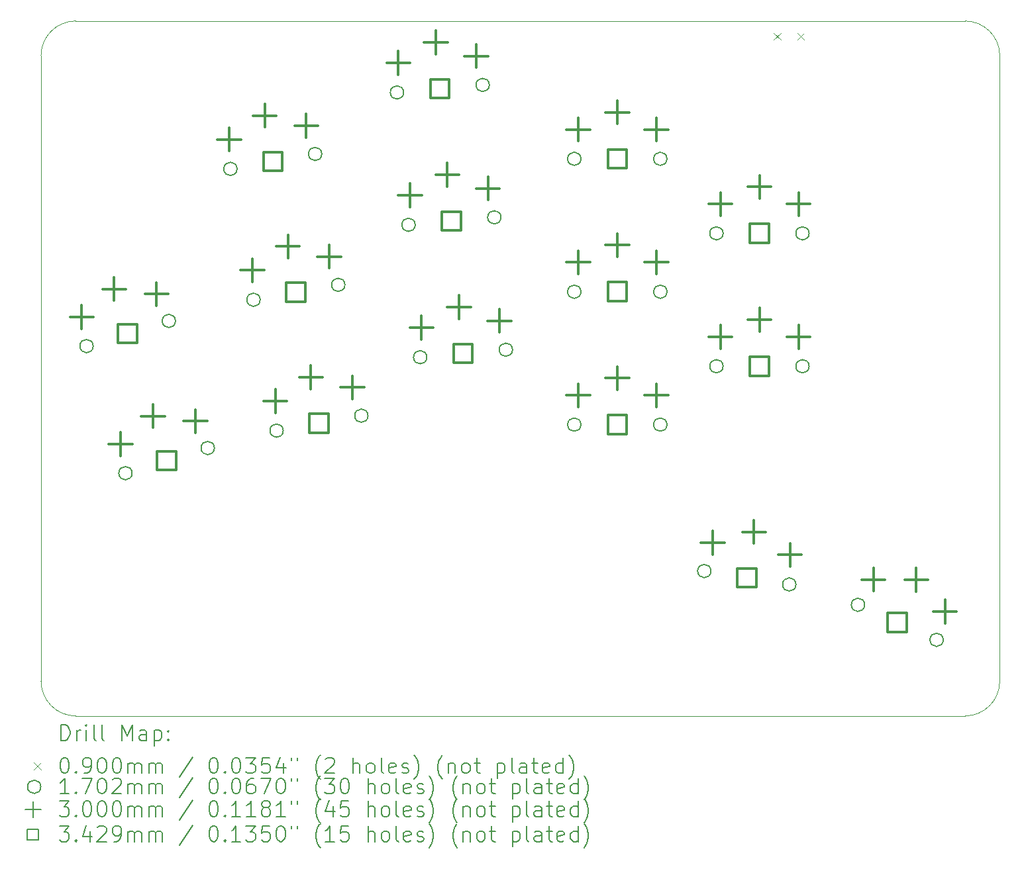
<source format=gbr>
%FSLAX45Y45*%
G04 Gerber Fmt 4.5, Leading zero omitted, Abs format (unit mm)*
G04 Created by KiCad (PCBNEW (6.0.4)) date 2022-07-31 18:16:25*
%MOMM*%
%LPD*%
G01*
G04 APERTURE LIST*
%TA.AperFunction,Profile*%
%ADD10C,0.050000*%
%TD*%
%ADD11C,0.200000*%
%ADD12C,0.090000*%
%ADD13C,0.170180*%
%ADD14C,0.300000*%
%ADD15C,0.342900*%
G04 APERTURE END LIST*
D10*
X16431618Y3825490D02*
X16431979Y11826325D01*
X4176475Y3825325D02*
G75*
G03*
X4620979Y3380825I444505J5D01*
G01*
X16431975Y11826325D02*
G75*
G03*
X15987479Y12270825I-444495J5D01*
G01*
X4620979Y3380825D02*
X15987118Y3380990D01*
X4176115Y11826612D02*
X4176479Y3825325D01*
X15987479Y12270825D02*
X4620615Y12271112D01*
X4620615Y12271112D02*
G75*
G03*
X4176115Y11826612I0J-444500D01*
G01*
X15987118Y3380991D02*
G75*
G03*
X16431618Y3825490I2J444499D01*
G01*
D11*
D12*
X13541841Y12120184D02*
X13631841Y12030184D01*
X13631841Y12120184D02*
X13541841Y12030184D01*
X13841841Y12120184D02*
X13931841Y12030184D01*
X13931841Y12120184D02*
X13841841Y12030184D01*
D13*
X4843348Y8112192D02*
G75*
G03*
X4843348Y8112192I-85090J0D01*
G01*
X5340380Y6486474D02*
G75*
G03*
X5340380Y6486474I-85090J0D01*
G01*
X5895283Y8433801D02*
G75*
G03*
X5895283Y8433801I-85090J0D01*
G01*
X6392315Y6808083D02*
G75*
G03*
X6392315Y6808083I-85090J0D01*
G01*
X6682157Y10379000D02*
G75*
G03*
X6682157Y10379000I-85090J0D01*
G01*
X6977359Y8704827D02*
G75*
G03*
X6977359Y8704827I-85090J0D01*
G01*
X7272560Y7030654D02*
G75*
G03*
X7272560Y7030654I-85090J0D01*
G01*
X7765445Y10570013D02*
G75*
G03*
X7765445Y10570013I-85090J0D01*
G01*
X8060647Y8895840D02*
G75*
G03*
X8060647Y8895840I-85090J0D01*
G01*
X8355849Y7221667D02*
G75*
G03*
X8355849Y7221667I-85090J0D01*
G01*
X8811183Y11357012D02*
G75*
G03*
X8811183Y11357012I-85090J0D01*
G01*
X8959347Y9663481D02*
G75*
G03*
X8959347Y9663481I-85090J0D01*
G01*
X9107512Y7969950D02*
G75*
G03*
X9107512Y7969950I-85090J0D01*
G01*
X9906997Y11452883D02*
G75*
G03*
X9906997Y11452883I-85090J0D01*
G01*
X10055161Y9759352D02*
G75*
G03*
X10055161Y9759352I-85090J0D01*
G01*
X10203326Y8065821D02*
G75*
G03*
X10203326Y8065821I-85090J0D01*
G01*
X11077569Y10507725D02*
G75*
G03*
X11077569Y10507725I-85090J0D01*
G01*
X11077569Y8807725D02*
G75*
G03*
X11077569Y8807725I-85090J0D01*
G01*
X11077569Y7107725D02*
G75*
G03*
X11077569Y7107725I-85090J0D01*
G01*
X12177569Y10507725D02*
G75*
G03*
X12177569Y10507725I-85090J0D01*
G01*
X12177569Y8807725D02*
G75*
G03*
X12177569Y8807725I-85090J0D01*
G01*
X12177569Y7107725D02*
G75*
G03*
X12177569Y7107725I-85090J0D01*
G01*
X12739394Y5234619D02*
G75*
G03*
X12739394Y5234619I-85090J0D01*
G01*
X12895039Y9554449D02*
G75*
G03*
X12895039Y9554449I-85090J0D01*
G01*
X12895039Y7854449D02*
G75*
G03*
X12895039Y7854449I-85090J0D01*
G01*
X13825851Y5062541D02*
G75*
G03*
X13825851Y5062541I-85090J0D01*
G01*
X13995039Y9554449D02*
G75*
G03*
X13995039Y9554449I-85090J0D01*
G01*
X13995039Y7854449D02*
G75*
G03*
X13995039Y7854449I-85090J0D01*
G01*
X14704040Y4802410D02*
G75*
G03*
X14704040Y4802410I-85090J0D01*
G01*
X15708940Y4354999D02*
G75*
G03*
X15708940Y4354999I-85090J0D01*
G01*
D14*
X4696434Y8635425D02*
X4696434Y8335425D01*
X4546434Y8485425D02*
X4846434Y8485425D01*
X5110265Y8991998D02*
X5110265Y8691998D01*
X4960265Y8841998D02*
X5260265Y8841998D01*
X5193466Y7009706D02*
X5193466Y6709706D01*
X5043466Y6859706D02*
X5343466Y6859706D01*
X5607297Y7366279D02*
X5607297Y7066279D01*
X5457297Y7216279D02*
X5757297Y7216279D01*
X5652739Y8927796D02*
X5652739Y8627796D01*
X5502739Y8777796D02*
X5802739Y8777796D01*
X6149771Y7302078D02*
X6149771Y7002078D01*
X5999771Y7152078D02*
X6299771Y7152078D01*
X6581189Y10906985D02*
X6581189Y10606985D01*
X6431189Y10756985D02*
X6731189Y10756985D01*
X6876391Y9232812D02*
X6876391Y8932812D01*
X6726391Y9082812D02*
X7026391Y9082812D01*
X7035390Y11210467D02*
X7035390Y10910467D01*
X6885390Y11060467D02*
X7185390Y11060467D01*
X7171593Y7558639D02*
X7171593Y7258639D01*
X7021593Y7408639D02*
X7321593Y7408639D01*
X7330592Y9536294D02*
X7330592Y9236294D01*
X7180592Y9386294D02*
X7480592Y9386294D01*
X7565997Y11080634D02*
X7565997Y10780634D01*
X7415997Y10930634D02*
X7715997Y10930634D01*
X7625794Y7862121D02*
X7625794Y7562121D01*
X7475794Y7712121D02*
X7775794Y7712121D01*
X7861199Y9406460D02*
X7861199Y9106460D01*
X7711199Y9256460D02*
X8011199Y9256460D01*
X8156401Y7732287D02*
X8156401Y7432287D01*
X8006401Y7582287D02*
X8306401Y7582287D01*
X8743219Y11884943D02*
X8743219Y11584943D01*
X8593219Y11734943D02*
X8893219Y11734943D01*
X8891384Y10191412D02*
X8891384Y9891412D01*
X8741384Y10041412D02*
X9041384Y10041412D01*
X9039548Y8497881D02*
X9039548Y8197881D01*
X8889548Y8347881D02*
X9189548Y8347881D01*
X9222142Y12147683D02*
X9222142Y11847683D01*
X9072142Y11997683D02*
X9372142Y11997683D01*
X9370307Y10454153D02*
X9370307Y10154153D01*
X9220307Y10304153D02*
X9520307Y10304153D01*
X9518471Y8760622D02*
X9518471Y8460622D01*
X9368471Y8610622D02*
X9668471Y8610622D01*
X9739414Y11972098D02*
X9739414Y11672098D01*
X9589414Y11822098D02*
X9889414Y11822098D01*
X9887578Y10278568D02*
X9887578Y9978568D01*
X9737578Y10128568D02*
X10037578Y10128568D01*
X10035743Y8585037D02*
X10035743Y8285036D01*
X9885743Y8435037D02*
X10185743Y8435037D01*
X11042479Y11032725D02*
X11042479Y10732725D01*
X10892479Y10882725D02*
X11192479Y10882725D01*
X11042479Y9332725D02*
X11042479Y9032725D01*
X10892479Y9182725D02*
X11192479Y9182725D01*
X11042479Y7632725D02*
X11042479Y7332725D01*
X10892479Y7482725D02*
X11192479Y7482725D01*
X11542479Y11252725D02*
X11542479Y10952725D01*
X11392479Y11102725D02*
X11692479Y11102725D01*
X11542479Y9552725D02*
X11542479Y9252725D01*
X11392479Y9402725D02*
X11692479Y9402725D01*
X11542479Y7852725D02*
X11542479Y7552725D01*
X11392479Y7702725D02*
X11692479Y7702725D01*
X12042479Y11032725D02*
X12042479Y10732725D01*
X11892479Y10882725D02*
X12192479Y10882725D01*
X12042479Y9332725D02*
X12042479Y9032725D01*
X11892479Y9182725D02*
X12192479Y9182725D01*
X12042479Y7632725D02*
X12042479Y7332725D01*
X11892479Y7482725D02*
X12192479Y7482725D01*
X12762351Y5747180D02*
X12762351Y5447180D01*
X12612351Y5597180D02*
X12912351Y5597180D01*
X12859949Y10079449D02*
X12859949Y9779449D01*
X12709949Y9929449D02*
X13009949Y9929449D01*
X12859949Y8379449D02*
X12859949Y8079449D01*
X12709949Y8229449D02*
X13009949Y8229449D01*
X13290611Y5886254D02*
X13290611Y5586255D01*
X13140611Y5736254D02*
X13440611Y5736254D01*
X13359949Y10299449D02*
X13359949Y9999449D01*
X13209949Y10149449D02*
X13509949Y10149449D01*
X13359949Y8599449D02*
X13359949Y8299449D01*
X13209949Y8449449D02*
X13509949Y8449449D01*
X13750040Y5590746D02*
X13750040Y5290746D01*
X13600040Y5440746D02*
X13900040Y5440746D01*
X13859949Y10079449D02*
X13859949Y9779449D01*
X13709949Y9929449D02*
X14009949Y9929449D01*
X13859949Y8379449D02*
X13859949Y8079449D01*
X13709949Y8229449D02*
X14009949Y8229449D01*
X14817154Y5274652D02*
X14817154Y4974652D01*
X14667154Y5124652D02*
X14967154Y5124652D01*
X15363408Y5272264D02*
X15363408Y4972264D01*
X15213408Y5122264D02*
X15513408Y5122264D01*
X15730699Y4867916D02*
X15730699Y4567916D01*
X15580699Y4717916D02*
X15880699Y4717916D01*
D15*
X5405461Y8151762D02*
X5405461Y8394231D01*
X5162991Y8394231D01*
X5162991Y8151762D01*
X5405461Y8151762D01*
X5902492Y6526044D02*
X5902492Y6768513D01*
X5660023Y6768513D01*
X5660023Y6526044D01*
X5902492Y6526044D01*
X7259946Y10353272D02*
X7259946Y10595741D01*
X7017476Y10595741D01*
X7017476Y10353272D01*
X7259946Y10353272D01*
X7555147Y8679099D02*
X7555147Y8921568D01*
X7312678Y8921568D01*
X7312678Y8679099D01*
X7555147Y8679099D01*
X7850349Y7004926D02*
X7850349Y7247395D01*
X7607880Y7247395D01*
X7607880Y7004926D01*
X7850349Y7004926D01*
X9395234Y11283713D02*
X9395234Y11526182D01*
X9152765Y11526182D01*
X9152765Y11283713D01*
X9395234Y11283713D01*
X9543399Y9590182D02*
X9543399Y9832651D01*
X9300930Y9832651D01*
X9300930Y9590182D01*
X9543399Y9590182D01*
X9691564Y7896651D02*
X9691564Y8139120D01*
X9449095Y8139120D01*
X9449095Y7896651D01*
X9691564Y7896651D01*
X11663714Y10386491D02*
X11663714Y10628960D01*
X11421244Y10628960D01*
X11421244Y10386491D01*
X11663714Y10386491D01*
X11663714Y8686491D02*
X11663714Y8928960D01*
X11421244Y8928960D01*
X11421244Y8686491D01*
X11663714Y8686491D01*
X11663714Y6986491D02*
X11663714Y7228960D01*
X11421244Y7228960D01*
X11421244Y6986491D01*
X11663714Y6986491D01*
X13318767Y5027345D02*
X13318767Y5269815D01*
X13076298Y5269815D01*
X13076298Y5027345D01*
X13318767Y5027345D01*
X13481184Y9433215D02*
X13481184Y9675684D01*
X13238715Y9675684D01*
X13238715Y9433215D01*
X13481184Y9433215D01*
X13481184Y7733214D02*
X13481184Y7975684D01*
X13238715Y7975684D01*
X13238715Y7733214D01*
X13481184Y7733214D01*
X15242635Y4457470D02*
X15242635Y4699939D01*
X15000165Y4699939D01*
X15000165Y4457470D01*
X15242635Y4457470D01*
D11*
X4431234Y3067849D02*
X4431234Y3267849D01*
X4478853Y3267849D01*
X4507424Y3258325D01*
X4526472Y3239278D01*
X4535996Y3220230D01*
X4545520Y3182135D01*
X4545520Y3153563D01*
X4535996Y3115468D01*
X4526472Y3096421D01*
X4507424Y3077373D01*
X4478853Y3067849D01*
X4431234Y3067849D01*
X4631234Y3067849D02*
X4631234Y3201182D01*
X4631234Y3163087D02*
X4640758Y3182135D01*
X4650282Y3191659D01*
X4669329Y3201182D01*
X4688377Y3201182D01*
X4755043Y3067849D02*
X4755043Y3201182D01*
X4755043Y3267849D02*
X4745520Y3258325D01*
X4755043Y3248801D01*
X4764567Y3258325D01*
X4755043Y3267849D01*
X4755043Y3248801D01*
X4878853Y3067849D02*
X4859805Y3077373D01*
X4850282Y3096421D01*
X4850282Y3267849D01*
X4983615Y3067849D02*
X4964567Y3077373D01*
X4955043Y3096421D01*
X4955043Y3267849D01*
X5212186Y3067849D02*
X5212186Y3267849D01*
X5278853Y3124992D01*
X5345520Y3267849D01*
X5345520Y3067849D01*
X5526472Y3067849D02*
X5526472Y3172611D01*
X5516948Y3191659D01*
X5497901Y3201182D01*
X5459805Y3201182D01*
X5440758Y3191659D01*
X5526472Y3077373D02*
X5507424Y3067849D01*
X5459805Y3067849D01*
X5440758Y3077373D01*
X5431234Y3096421D01*
X5431234Y3115468D01*
X5440758Y3134516D01*
X5459805Y3144040D01*
X5507424Y3144040D01*
X5526472Y3153563D01*
X5621710Y3201182D02*
X5621710Y3001182D01*
X5621710Y3191659D02*
X5640758Y3201182D01*
X5678853Y3201182D01*
X5697901Y3191659D01*
X5707424Y3182135D01*
X5716948Y3163087D01*
X5716948Y3105944D01*
X5707424Y3086897D01*
X5697901Y3077373D01*
X5678853Y3067849D01*
X5640758Y3067849D01*
X5621710Y3077373D01*
X5802662Y3086897D02*
X5812186Y3077373D01*
X5802662Y3067849D01*
X5793139Y3077373D01*
X5802662Y3086897D01*
X5802662Y3067849D01*
X5802662Y3191659D02*
X5812186Y3182135D01*
X5802662Y3172611D01*
X5793139Y3182135D01*
X5802662Y3191659D01*
X5802662Y3172611D01*
D12*
X4083615Y2783325D02*
X4173615Y2693325D01*
X4173615Y2783325D02*
X4083615Y2693325D01*
D11*
X4469329Y2847849D02*
X4488377Y2847849D01*
X4507424Y2838325D01*
X4516948Y2828801D01*
X4526472Y2809754D01*
X4535996Y2771659D01*
X4535996Y2724040D01*
X4526472Y2685944D01*
X4516948Y2666897D01*
X4507424Y2657373D01*
X4488377Y2647849D01*
X4469329Y2647849D01*
X4450282Y2657373D01*
X4440758Y2666897D01*
X4431234Y2685944D01*
X4421710Y2724040D01*
X4421710Y2771659D01*
X4431234Y2809754D01*
X4440758Y2828801D01*
X4450282Y2838325D01*
X4469329Y2847849D01*
X4621710Y2666897D02*
X4631234Y2657373D01*
X4621710Y2647849D01*
X4612186Y2657373D01*
X4621710Y2666897D01*
X4621710Y2647849D01*
X4726472Y2647849D02*
X4764567Y2647849D01*
X4783615Y2657373D01*
X4793139Y2666897D01*
X4812186Y2695468D01*
X4821710Y2733563D01*
X4821710Y2809754D01*
X4812186Y2828801D01*
X4802663Y2838325D01*
X4783615Y2847849D01*
X4745520Y2847849D01*
X4726472Y2838325D01*
X4716948Y2828801D01*
X4707424Y2809754D01*
X4707424Y2762135D01*
X4716948Y2743087D01*
X4726472Y2733563D01*
X4745520Y2724040D01*
X4783615Y2724040D01*
X4802663Y2733563D01*
X4812186Y2743087D01*
X4821710Y2762135D01*
X4945520Y2847849D02*
X4964567Y2847849D01*
X4983615Y2838325D01*
X4993139Y2828801D01*
X5002663Y2809754D01*
X5012186Y2771659D01*
X5012186Y2724040D01*
X5002663Y2685944D01*
X4993139Y2666897D01*
X4983615Y2657373D01*
X4964567Y2647849D01*
X4945520Y2647849D01*
X4926472Y2657373D01*
X4916948Y2666897D01*
X4907424Y2685944D01*
X4897901Y2724040D01*
X4897901Y2771659D01*
X4907424Y2809754D01*
X4916948Y2828801D01*
X4926472Y2838325D01*
X4945520Y2847849D01*
X5135996Y2847849D02*
X5155043Y2847849D01*
X5174091Y2838325D01*
X5183615Y2828801D01*
X5193139Y2809754D01*
X5202663Y2771659D01*
X5202663Y2724040D01*
X5193139Y2685944D01*
X5183615Y2666897D01*
X5174091Y2657373D01*
X5155043Y2647849D01*
X5135996Y2647849D01*
X5116948Y2657373D01*
X5107424Y2666897D01*
X5097901Y2685944D01*
X5088377Y2724040D01*
X5088377Y2771659D01*
X5097901Y2809754D01*
X5107424Y2828801D01*
X5116948Y2838325D01*
X5135996Y2847849D01*
X5288377Y2647849D02*
X5288377Y2781183D01*
X5288377Y2762135D02*
X5297901Y2771659D01*
X5316948Y2781183D01*
X5345520Y2781183D01*
X5364567Y2771659D01*
X5374091Y2752611D01*
X5374091Y2647849D01*
X5374091Y2752611D02*
X5383615Y2771659D01*
X5402663Y2781183D01*
X5431234Y2781183D01*
X5450282Y2771659D01*
X5459805Y2752611D01*
X5459805Y2647849D01*
X5555043Y2647849D02*
X5555043Y2781183D01*
X5555043Y2762135D02*
X5564567Y2771659D01*
X5583615Y2781183D01*
X5612186Y2781183D01*
X5631234Y2771659D01*
X5640758Y2752611D01*
X5640758Y2647849D01*
X5640758Y2752611D02*
X5650281Y2771659D01*
X5669329Y2781183D01*
X5697901Y2781183D01*
X5716948Y2771659D01*
X5726472Y2752611D01*
X5726472Y2647849D01*
X6116948Y2857373D02*
X5945520Y2600230D01*
X6374091Y2847849D02*
X6393139Y2847849D01*
X6412186Y2838325D01*
X6421710Y2828801D01*
X6431234Y2809754D01*
X6440758Y2771659D01*
X6440758Y2724040D01*
X6431234Y2685944D01*
X6421710Y2666897D01*
X6412186Y2657373D01*
X6393139Y2647849D01*
X6374091Y2647849D01*
X6355043Y2657373D01*
X6345520Y2666897D01*
X6335996Y2685944D01*
X6326472Y2724040D01*
X6326472Y2771659D01*
X6335996Y2809754D01*
X6345520Y2828801D01*
X6355043Y2838325D01*
X6374091Y2847849D01*
X6526472Y2666897D02*
X6535996Y2657373D01*
X6526472Y2647849D01*
X6516948Y2657373D01*
X6526472Y2666897D01*
X6526472Y2647849D01*
X6659805Y2847849D02*
X6678853Y2847849D01*
X6697901Y2838325D01*
X6707424Y2828801D01*
X6716948Y2809754D01*
X6726472Y2771659D01*
X6726472Y2724040D01*
X6716948Y2685944D01*
X6707424Y2666897D01*
X6697901Y2657373D01*
X6678853Y2647849D01*
X6659805Y2647849D01*
X6640758Y2657373D01*
X6631234Y2666897D01*
X6621710Y2685944D01*
X6612186Y2724040D01*
X6612186Y2771659D01*
X6621710Y2809754D01*
X6631234Y2828801D01*
X6640758Y2838325D01*
X6659805Y2847849D01*
X6793139Y2847849D02*
X6916948Y2847849D01*
X6850281Y2771659D01*
X6878853Y2771659D01*
X6897901Y2762135D01*
X6907424Y2752611D01*
X6916948Y2733563D01*
X6916948Y2685944D01*
X6907424Y2666897D01*
X6897901Y2657373D01*
X6878853Y2647849D01*
X6821710Y2647849D01*
X6802662Y2657373D01*
X6793139Y2666897D01*
X7097901Y2847849D02*
X7002662Y2847849D01*
X6993139Y2752611D01*
X7002662Y2762135D01*
X7021710Y2771659D01*
X7069329Y2771659D01*
X7088377Y2762135D01*
X7097901Y2752611D01*
X7107424Y2733563D01*
X7107424Y2685944D01*
X7097901Y2666897D01*
X7088377Y2657373D01*
X7069329Y2647849D01*
X7021710Y2647849D01*
X7002662Y2657373D01*
X6993139Y2666897D01*
X7278853Y2781183D02*
X7278853Y2647849D01*
X7231234Y2857373D02*
X7183615Y2714516D01*
X7307424Y2714516D01*
X7374091Y2847849D02*
X7374091Y2809754D01*
X7450281Y2847849D02*
X7450281Y2809754D01*
X7745520Y2571659D02*
X7735996Y2581183D01*
X7716948Y2609754D01*
X7707424Y2628802D01*
X7697901Y2657373D01*
X7688377Y2704992D01*
X7688377Y2743087D01*
X7697901Y2790706D01*
X7707424Y2819278D01*
X7716948Y2838325D01*
X7735996Y2866897D01*
X7745520Y2876421D01*
X7812186Y2828801D02*
X7821710Y2838325D01*
X7840758Y2847849D01*
X7888377Y2847849D01*
X7907424Y2838325D01*
X7916948Y2828801D01*
X7926472Y2809754D01*
X7926472Y2790706D01*
X7916948Y2762135D01*
X7802662Y2647849D01*
X7926472Y2647849D01*
X8164567Y2647849D02*
X8164567Y2847849D01*
X8250281Y2647849D02*
X8250281Y2752611D01*
X8240758Y2771659D01*
X8221710Y2781183D01*
X8193139Y2781183D01*
X8174091Y2771659D01*
X8164567Y2762135D01*
X8374091Y2647849D02*
X8355043Y2657373D01*
X8345520Y2666897D01*
X8335996Y2685944D01*
X8335996Y2743087D01*
X8345520Y2762135D01*
X8355043Y2771659D01*
X8374091Y2781183D01*
X8402663Y2781183D01*
X8421710Y2771659D01*
X8431234Y2762135D01*
X8440758Y2743087D01*
X8440758Y2685944D01*
X8431234Y2666897D01*
X8421710Y2657373D01*
X8402663Y2647849D01*
X8374091Y2647849D01*
X8555043Y2647849D02*
X8535996Y2657373D01*
X8526472Y2676421D01*
X8526472Y2847849D01*
X8707424Y2657373D02*
X8688377Y2647849D01*
X8650282Y2647849D01*
X8631234Y2657373D01*
X8621710Y2676421D01*
X8621710Y2752611D01*
X8631234Y2771659D01*
X8650282Y2781183D01*
X8688377Y2781183D01*
X8707424Y2771659D01*
X8716948Y2752611D01*
X8716948Y2733563D01*
X8621710Y2714516D01*
X8793139Y2657373D02*
X8812186Y2647849D01*
X8850282Y2647849D01*
X8869329Y2657373D01*
X8878853Y2676421D01*
X8878853Y2685944D01*
X8869329Y2704992D01*
X8850282Y2714516D01*
X8821710Y2714516D01*
X8802663Y2724040D01*
X8793139Y2743087D01*
X8793139Y2752611D01*
X8802663Y2771659D01*
X8821710Y2781183D01*
X8850282Y2781183D01*
X8869329Y2771659D01*
X8945520Y2571659D02*
X8955043Y2581183D01*
X8974091Y2609754D01*
X8983615Y2628802D01*
X8993139Y2657373D01*
X9002663Y2704992D01*
X9002663Y2743087D01*
X8993139Y2790706D01*
X8983615Y2819278D01*
X8974091Y2838325D01*
X8955043Y2866897D01*
X8945520Y2876421D01*
X9307424Y2571659D02*
X9297901Y2581183D01*
X9278853Y2609754D01*
X9269329Y2628802D01*
X9259805Y2657373D01*
X9250282Y2704992D01*
X9250282Y2743087D01*
X9259805Y2790706D01*
X9269329Y2819278D01*
X9278853Y2838325D01*
X9297901Y2866897D01*
X9307424Y2876421D01*
X9383615Y2781183D02*
X9383615Y2647849D01*
X9383615Y2762135D02*
X9393139Y2771659D01*
X9412186Y2781183D01*
X9440758Y2781183D01*
X9459805Y2771659D01*
X9469329Y2752611D01*
X9469329Y2647849D01*
X9593139Y2647849D02*
X9574091Y2657373D01*
X9564567Y2666897D01*
X9555043Y2685944D01*
X9555043Y2743087D01*
X9564567Y2762135D01*
X9574091Y2771659D01*
X9593139Y2781183D01*
X9621710Y2781183D01*
X9640758Y2771659D01*
X9650282Y2762135D01*
X9659805Y2743087D01*
X9659805Y2685944D01*
X9650282Y2666897D01*
X9640758Y2657373D01*
X9621710Y2647849D01*
X9593139Y2647849D01*
X9716948Y2781183D02*
X9793139Y2781183D01*
X9745520Y2847849D02*
X9745520Y2676421D01*
X9755043Y2657373D01*
X9774091Y2647849D01*
X9793139Y2647849D01*
X10012186Y2781183D02*
X10012186Y2581183D01*
X10012186Y2771659D02*
X10031234Y2781183D01*
X10069329Y2781183D01*
X10088377Y2771659D01*
X10097901Y2762135D01*
X10107424Y2743087D01*
X10107424Y2685944D01*
X10097901Y2666897D01*
X10088377Y2657373D01*
X10069329Y2647849D01*
X10031234Y2647849D01*
X10012186Y2657373D01*
X10221710Y2647849D02*
X10202663Y2657373D01*
X10193139Y2676421D01*
X10193139Y2847849D01*
X10383615Y2647849D02*
X10383615Y2752611D01*
X10374091Y2771659D01*
X10355043Y2781183D01*
X10316948Y2781183D01*
X10297901Y2771659D01*
X10383615Y2657373D02*
X10364567Y2647849D01*
X10316948Y2647849D01*
X10297901Y2657373D01*
X10288377Y2676421D01*
X10288377Y2695468D01*
X10297901Y2714516D01*
X10316948Y2724040D01*
X10364567Y2724040D01*
X10383615Y2733563D01*
X10450282Y2781183D02*
X10526472Y2781183D01*
X10478853Y2847849D02*
X10478853Y2676421D01*
X10488377Y2657373D01*
X10507424Y2647849D01*
X10526472Y2647849D01*
X10669329Y2657373D02*
X10650282Y2647849D01*
X10612186Y2647849D01*
X10593139Y2657373D01*
X10583615Y2676421D01*
X10583615Y2752611D01*
X10593139Y2771659D01*
X10612186Y2781183D01*
X10650282Y2781183D01*
X10669329Y2771659D01*
X10678853Y2752611D01*
X10678853Y2733563D01*
X10583615Y2714516D01*
X10850282Y2647849D02*
X10850282Y2847849D01*
X10850282Y2657373D02*
X10831234Y2647849D01*
X10793139Y2647849D01*
X10774091Y2657373D01*
X10764567Y2666897D01*
X10755043Y2685944D01*
X10755043Y2743087D01*
X10764567Y2762135D01*
X10774091Y2771659D01*
X10793139Y2781183D01*
X10831234Y2781183D01*
X10850282Y2771659D01*
X10926472Y2571659D02*
X10935996Y2581183D01*
X10955043Y2609754D01*
X10964567Y2628802D01*
X10974091Y2657373D01*
X10983615Y2704992D01*
X10983615Y2743087D01*
X10974091Y2790706D01*
X10964567Y2819278D01*
X10955043Y2838325D01*
X10935996Y2866897D01*
X10926472Y2876421D01*
D13*
X4173615Y2474325D02*
G75*
G03*
X4173615Y2474325I-85090J0D01*
G01*
D11*
X4535996Y2383849D02*
X4421710Y2383849D01*
X4478853Y2383849D02*
X4478853Y2583849D01*
X4459805Y2555278D01*
X4440758Y2536230D01*
X4421710Y2526706D01*
X4621710Y2402897D02*
X4631234Y2393373D01*
X4621710Y2383849D01*
X4612186Y2393373D01*
X4621710Y2402897D01*
X4621710Y2383849D01*
X4697901Y2583849D02*
X4831234Y2583849D01*
X4745520Y2383849D01*
X4945520Y2583849D02*
X4964567Y2583849D01*
X4983615Y2574325D01*
X4993139Y2564802D01*
X5002663Y2545754D01*
X5012186Y2507659D01*
X5012186Y2460040D01*
X5002663Y2421944D01*
X4993139Y2402897D01*
X4983615Y2393373D01*
X4964567Y2383849D01*
X4945520Y2383849D01*
X4926472Y2393373D01*
X4916948Y2402897D01*
X4907424Y2421944D01*
X4897901Y2460040D01*
X4897901Y2507659D01*
X4907424Y2545754D01*
X4916948Y2564802D01*
X4926472Y2574325D01*
X4945520Y2583849D01*
X5088377Y2564802D02*
X5097901Y2574325D01*
X5116948Y2583849D01*
X5164567Y2583849D01*
X5183615Y2574325D01*
X5193139Y2564802D01*
X5202663Y2545754D01*
X5202663Y2526706D01*
X5193139Y2498135D01*
X5078853Y2383849D01*
X5202663Y2383849D01*
X5288377Y2383849D02*
X5288377Y2517183D01*
X5288377Y2498135D02*
X5297901Y2507659D01*
X5316948Y2517183D01*
X5345520Y2517183D01*
X5364567Y2507659D01*
X5374091Y2488611D01*
X5374091Y2383849D01*
X5374091Y2488611D02*
X5383615Y2507659D01*
X5402663Y2517183D01*
X5431234Y2517183D01*
X5450282Y2507659D01*
X5459805Y2488611D01*
X5459805Y2383849D01*
X5555043Y2383849D02*
X5555043Y2517183D01*
X5555043Y2498135D02*
X5564567Y2507659D01*
X5583615Y2517183D01*
X5612186Y2517183D01*
X5631234Y2507659D01*
X5640758Y2488611D01*
X5640758Y2383849D01*
X5640758Y2488611D02*
X5650281Y2507659D01*
X5669329Y2517183D01*
X5697901Y2517183D01*
X5716948Y2507659D01*
X5726472Y2488611D01*
X5726472Y2383849D01*
X6116948Y2593373D02*
X5945520Y2336230D01*
X6374091Y2583849D02*
X6393139Y2583849D01*
X6412186Y2574325D01*
X6421710Y2564802D01*
X6431234Y2545754D01*
X6440758Y2507659D01*
X6440758Y2460040D01*
X6431234Y2421944D01*
X6421710Y2402897D01*
X6412186Y2393373D01*
X6393139Y2383849D01*
X6374091Y2383849D01*
X6355043Y2393373D01*
X6345520Y2402897D01*
X6335996Y2421944D01*
X6326472Y2460040D01*
X6326472Y2507659D01*
X6335996Y2545754D01*
X6345520Y2564802D01*
X6355043Y2574325D01*
X6374091Y2583849D01*
X6526472Y2402897D02*
X6535996Y2393373D01*
X6526472Y2383849D01*
X6516948Y2393373D01*
X6526472Y2402897D01*
X6526472Y2383849D01*
X6659805Y2583849D02*
X6678853Y2583849D01*
X6697901Y2574325D01*
X6707424Y2564802D01*
X6716948Y2545754D01*
X6726472Y2507659D01*
X6726472Y2460040D01*
X6716948Y2421944D01*
X6707424Y2402897D01*
X6697901Y2393373D01*
X6678853Y2383849D01*
X6659805Y2383849D01*
X6640758Y2393373D01*
X6631234Y2402897D01*
X6621710Y2421944D01*
X6612186Y2460040D01*
X6612186Y2507659D01*
X6621710Y2545754D01*
X6631234Y2564802D01*
X6640758Y2574325D01*
X6659805Y2583849D01*
X6897901Y2583849D02*
X6859805Y2583849D01*
X6840758Y2574325D01*
X6831234Y2564802D01*
X6812186Y2536230D01*
X6802662Y2498135D01*
X6802662Y2421944D01*
X6812186Y2402897D01*
X6821710Y2393373D01*
X6840758Y2383849D01*
X6878853Y2383849D01*
X6897901Y2393373D01*
X6907424Y2402897D01*
X6916948Y2421944D01*
X6916948Y2469563D01*
X6907424Y2488611D01*
X6897901Y2498135D01*
X6878853Y2507659D01*
X6840758Y2507659D01*
X6821710Y2498135D01*
X6812186Y2488611D01*
X6802662Y2469563D01*
X6983615Y2583849D02*
X7116948Y2583849D01*
X7031234Y2383849D01*
X7231234Y2583849D02*
X7250281Y2583849D01*
X7269329Y2574325D01*
X7278853Y2564802D01*
X7288377Y2545754D01*
X7297901Y2507659D01*
X7297901Y2460040D01*
X7288377Y2421944D01*
X7278853Y2402897D01*
X7269329Y2393373D01*
X7250281Y2383849D01*
X7231234Y2383849D01*
X7212186Y2393373D01*
X7202662Y2402897D01*
X7193139Y2421944D01*
X7183615Y2460040D01*
X7183615Y2507659D01*
X7193139Y2545754D01*
X7202662Y2564802D01*
X7212186Y2574325D01*
X7231234Y2583849D01*
X7374091Y2583849D02*
X7374091Y2545754D01*
X7450281Y2583849D02*
X7450281Y2545754D01*
X7745520Y2307659D02*
X7735996Y2317183D01*
X7716948Y2345754D01*
X7707424Y2364802D01*
X7697901Y2393373D01*
X7688377Y2440992D01*
X7688377Y2479087D01*
X7697901Y2526706D01*
X7707424Y2555278D01*
X7716948Y2574325D01*
X7735996Y2602897D01*
X7745520Y2612421D01*
X7802662Y2583849D02*
X7926472Y2583849D01*
X7859805Y2507659D01*
X7888377Y2507659D01*
X7907424Y2498135D01*
X7916948Y2488611D01*
X7926472Y2469563D01*
X7926472Y2421944D01*
X7916948Y2402897D01*
X7907424Y2393373D01*
X7888377Y2383849D01*
X7831234Y2383849D01*
X7812186Y2393373D01*
X7802662Y2402897D01*
X8050281Y2583849D02*
X8069329Y2583849D01*
X8088377Y2574325D01*
X8097901Y2564802D01*
X8107424Y2545754D01*
X8116948Y2507659D01*
X8116948Y2460040D01*
X8107424Y2421944D01*
X8097901Y2402897D01*
X8088377Y2393373D01*
X8069329Y2383849D01*
X8050281Y2383849D01*
X8031234Y2393373D01*
X8021710Y2402897D01*
X8012186Y2421944D01*
X8002662Y2460040D01*
X8002662Y2507659D01*
X8012186Y2545754D01*
X8021710Y2564802D01*
X8031234Y2574325D01*
X8050281Y2583849D01*
X8355043Y2383849D02*
X8355043Y2583849D01*
X8440758Y2383849D02*
X8440758Y2488611D01*
X8431234Y2507659D01*
X8412186Y2517183D01*
X8383615Y2517183D01*
X8364567Y2507659D01*
X8355043Y2498135D01*
X8564567Y2383849D02*
X8545520Y2393373D01*
X8535996Y2402897D01*
X8526472Y2421944D01*
X8526472Y2479087D01*
X8535996Y2498135D01*
X8545520Y2507659D01*
X8564567Y2517183D01*
X8593139Y2517183D01*
X8612186Y2507659D01*
X8621710Y2498135D01*
X8631234Y2479087D01*
X8631234Y2421944D01*
X8621710Y2402897D01*
X8612186Y2393373D01*
X8593139Y2383849D01*
X8564567Y2383849D01*
X8745520Y2383849D02*
X8726472Y2393373D01*
X8716948Y2412421D01*
X8716948Y2583849D01*
X8897901Y2393373D02*
X8878853Y2383849D01*
X8840758Y2383849D01*
X8821710Y2393373D01*
X8812186Y2412421D01*
X8812186Y2488611D01*
X8821710Y2507659D01*
X8840758Y2517183D01*
X8878853Y2517183D01*
X8897901Y2507659D01*
X8907424Y2488611D01*
X8907424Y2469563D01*
X8812186Y2450516D01*
X8983615Y2393373D02*
X9002663Y2383849D01*
X9040758Y2383849D01*
X9059805Y2393373D01*
X9069329Y2412421D01*
X9069329Y2421944D01*
X9059805Y2440992D01*
X9040758Y2450516D01*
X9012186Y2450516D01*
X8993139Y2460040D01*
X8983615Y2479087D01*
X8983615Y2488611D01*
X8993139Y2507659D01*
X9012186Y2517183D01*
X9040758Y2517183D01*
X9059805Y2507659D01*
X9135996Y2307659D02*
X9145520Y2317183D01*
X9164567Y2345754D01*
X9174091Y2364802D01*
X9183615Y2393373D01*
X9193139Y2440992D01*
X9193139Y2479087D01*
X9183615Y2526706D01*
X9174091Y2555278D01*
X9164567Y2574325D01*
X9145520Y2602897D01*
X9135996Y2612421D01*
X9497901Y2307659D02*
X9488377Y2317183D01*
X9469329Y2345754D01*
X9459805Y2364802D01*
X9450282Y2393373D01*
X9440758Y2440992D01*
X9440758Y2479087D01*
X9450282Y2526706D01*
X9459805Y2555278D01*
X9469329Y2574325D01*
X9488377Y2602897D01*
X9497901Y2612421D01*
X9574091Y2517183D02*
X9574091Y2383849D01*
X9574091Y2498135D02*
X9583615Y2507659D01*
X9602663Y2517183D01*
X9631234Y2517183D01*
X9650282Y2507659D01*
X9659805Y2488611D01*
X9659805Y2383849D01*
X9783615Y2383849D02*
X9764567Y2393373D01*
X9755043Y2402897D01*
X9745520Y2421944D01*
X9745520Y2479087D01*
X9755043Y2498135D01*
X9764567Y2507659D01*
X9783615Y2517183D01*
X9812186Y2517183D01*
X9831234Y2507659D01*
X9840758Y2498135D01*
X9850282Y2479087D01*
X9850282Y2421944D01*
X9840758Y2402897D01*
X9831234Y2393373D01*
X9812186Y2383849D01*
X9783615Y2383849D01*
X9907424Y2517183D02*
X9983615Y2517183D01*
X9935996Y2583849D02*
X9935996Y2412421D01*
X9945520Y2393373D01*
X9964567Y2383849D01*
X9983615Y2383849D01*
X10202663Y2517183D02*
X10202663Y2317183D01*
X10202663Y2507659D02*
X10221710Y2517183D01*
X10259805Y2517183D01*
X10278853Y2507659D01*
X10288377Y2498135D01*
X10297901Y2479087D01*
X10297901Y2421944D01*
X10288377Y2402897D01*
X10278853Y2393373D01*
X10259805Y2383849D01*
X10221710Y2383849D01*
X10202663Y2393373D01*
X10412186Y2383849D02*
X10393139Y2393373D01*
X10383615Y2412421D01*
X10383615Y2583849D01*
X10574091Y2383849D02*
X10574091Y2488611D01*
X10564567Y2507659D01*
X10545520Y2517183D01*
X10507424Y2517183D01*
X10488377Y2507659D01*
X10574091Y2393373D02*
X10555043Y2383849D01*
X10507424Y2383849D01*
X10488377Y2393373D01*
X10478853Y2412421D01*
X10478853Y2431468D01*
X10488377Y2450516D01*
X10507424Y2460040D01*
X10555043Y2460040D01*
X10574091Y2469563D01*
X10640758Y2517183D02*
X10716948Y2517183D01*
X10669329Y2583849D02*
X10669329Y2412421D01*
X10678853Y2393373D01*
X10697901Y2383849D01*
X10716948Y2383849D01*
X10859805Y2393373D02*
X10840758Y2383849D01*
X10802663Y2383849D01*
X10783615Y2393373D01*
X10774091Y2412421D01*
X10774091Y2488611D01*
X10783615Y2507659D01*
X10802663Y2517183D01*
X10840758Y2517183D01*
X10859805Y2507659D01*
X10869329Y2488611D01*
X10869329Y2469563D01*
X10774091Y2450516D01*
X11040758Y2383849D02*
X11040758Y2583849D01*
X11040758Y2393373D02*
X11021710Y2383849D01*
X10983615Y2383849D01*
X10964567Y2393373D01*
X10955043Y2402897D01*
X10945520Y2421944D01*
X10945520Y2479087D01*
X10955043Y2498135D01*
X10964567Y2507659D01*
X10983615Y2517183D01*
X11021710Y2517183D01*
X11040758Y2507659D01*
X11116948Y2307659D02*
X11126472Y2317183D01*
X11145520Y2345754D01*
X11155043Y2364802D01*
X11164567Y2393373D01*
X11174091Y2440992D01*
X11174091Y2479087D01*
X11164567Y2526706D01*
X11155043Y2555278D01*
X11145520Y2574325D01*
X11126472Y2602897D01*
X11116948Y2612421D01*
X4073615Y2284145D02*
X4073615Y2084145D01*
X3973615Y2184145D02*
X4173615Y2184145D01*
X4412186Y2293669D02*
X4535996Y2293669D01*
X4469329Y2217479D01*
X4497901Y2217479D01*
X4516948Y2207955D01*
X4526472Y2198431D01*
X4535996Y2179383D01*
X4535996Y2131764D01*
X4526472Y2112717D01*
X4516948Y2103193D01*
X4497901Y2093669D01*
X4440758Y2093669D01*
X4421710Y2103193D01*
X4412186Y2112717D01*
X4621710Y2112717D02*
X4631234Y2103193D01*
X4621710Y2093669D01*
X4612186Y2103193D01*
X4621710Y2112717D01*
X4621710Y2093669D01*
X4755043Y2293669D02*
X4774091Y2293669D01*
X4793139Y2284145D01*
X4802663Y2274622D01*
X4812186Y2255574D01*
X4821710Y2217479D01*
X4821710Y2169860D01*
X4812186Y2131764D01*
X4802663Y2112717D01*
X4793139Y2103193D01*
X4774091Y2093669D01*
X4755043Y2093669D01*
X4735996Y2103193D01*
X4726472Y2112717D01*
X4716948Y2131764D01*
X4707424Y2169860D01*
X4707424Y2217479D01*
X4716948Y2255574D01*
X4726472Y2274622D01*
X4735996Y2284145D01*
X4755043Y2293669D01*
X4945520Y2293669D02*
X4964567Y2293669D01*
X4983615Y2284145D01*
X4993139Y2274622D01*
X5002663Y2255574D01*
X5012186Y2217479D01*
X5012186Y2169860D01*
X5002663Y2131764D01*
X4993139Y2112717D01*
X4983615Y2103193D01*
X4964567Y2093669D01*
X4945520Y2093669D01*
X4926472Y2103193D01*
X4916948Y2112717D01*
X4907424Y2131764D01*
X4897901Y2169860D01*
X4897901Y2217479D01*
X4907424Y2255574D01*
X4916948Y2274622D01*
X4926472Y2284145D01*
X4945520Y2293669D01*
X5135996Y2293669D02*
X5155043Y2293669D01*
X5174091Y2284145D01*
X5183615Y2274622D01*
X5193139Y2255574D01*
X5202663Y2217479D01*
X5202663Y2169860D01*
X5193139Y2131764D01*
X5183615Y2112717D01*
X5174091Y2103193D01*
X5155043Y2093669D01*
X5135996Y2093669D01*
X5116948Y2103193D01*
X5107424Y2112717D01*
X5097901Y2131764D01*
X5088377Y2169860D01*
X5088377Y2217479D01*
X5097901Y2255574D01*
X5107424Y2274622D01*
X5116948Y2284145D01*
X5135996Y2293669D01*
X5288377Y2093669D02*
X5288377Y2227003D01*
X5288377Y2207955D02*
X5297901Y2217479D01*
X5316948Y2227003D01*
X5345520Y2227003D01*
X5364567Y2217479D01*
X5374091Y2198431D01*
X5374091Y2093669D01*
X5374091Y2198431D02*
X5383615Y2217479D01*
X5402663Y2227003D01*
X5431234Y2227003D01*
X5450282Y2217479D01*
X5459805Y2198431D01*
X5459805Y2093669D01*
X5555043Y2093669D02*
X5555043Y2227003D01*
X5555043Y2207955D02*
X5564567Y2217479D01*
X5583615Y2227003D01*
X5612186Y2227003D01*
X5631234Y2217479D01*
X5640758Y2198431D01*
X5640758Y2093669D01*
X5640758Y2198431D02*
X5650281Y2217479D01*
X5669329Y2227003D01*
X5697901Y2227003D01*
X5716948Y2217479D01*
X5726472Y2198431D01*
X5726472Y2093669D01*
X6116948Y2303193D02*
X5945520Y2046050D01*
X6374091Y2293669D02*
X6393139Y2293669D01*
X6412186Y2284145D01*
X6421710Y2274622D01*
X6431234Y2255574D01*
X6440758Y2217479D01*
X6440758Y2169860D01*
X6431234Y2131764D01*
X6421710Y2112717D01*
X6412186Y2103193D01*
X6393139Y2093669D01*
X6374091Y2093669D01*
X6355043Y2103193D01*
X6345520Y2112717D01*
X6335996Y2131764D01*
X6326472Y2169860D01*
X6326472Y2217479D01*
X6335996Y2255574D01*
X6345520Y2274622D01*
X6355043Y2284145D01*
X6374091Y2293669D01*
X6526472Y2112717D02*
X6535996Y2103193D01*
X6526472Y2093669D01*
X6516948Y2103193D01*
X6526472Y2112717D01*
X6526472Y2093669D01*
X6726472Y2093669D02*
X6612186Y2093669D01*
X6669329Y2093669D02*
X6669329Y2293669D01*
X6650281Y2265098D01*
X6631234Y2246050D01*
X6612186Y2236526D01*
X6916948Y2093669D02*
X6802662Y2093669D01*
X6859805Y2093669D02*
X6859805Y2293669D01*
X6840758Y2265098D01*
X6821710Y2246050D01*
X6802662Y2236526D01*
X7031234Y2207955D02*
X7012186Y2217479D01*
X7002662Y2227003D01*
X6993139Y2246050D01*
X6993139Y2255574D01*
X7002662Y2274622D01*
X7012186Y2284145D01*
X7031234Y2293669D01*
X7069329Y2293669D01*
X7088377Y2284145D01*
X7097901Y2274622D01*
X7107424Y2255574D01*
X7107424Y2246050D01*
X7097901Y2227003D01*
X7088377Y2217479D01*
X7069329Y2207955D01*
X7031234Y2207955D01*
X7012186Y2198431D01*
X7002662Y2188907D01*
X6993139Y2169860D01*
X6993139Y2131764D01*
X7002662Y2112717D01*
X7012186Y2103193D01*
X7031234Y2093669D01*
X7069329Y2093669D01*
X7088377Y2103193D01*
X7097901Y2112717D01*
X7107424Y2131764D01*
X7107424Y2169860D01*
X7097901Y2188907D01*
X7088377Y2198431D01*
X7069329Y2207955D01*
X7297901Y2093669D02*
X7183615Y2093669D01*
X7240758Y2093669D02*
X7240758Y2293669D01*
X7221710Y2265098D01*
X7202662Y2246050D01*
X7183615Y2236526D01*
X7374091Y2293669D02*
X7374091Y2255574D01*
X7450281Y2293669D02*
X7450281Y2255574D01*
X7745520Y2017479D02*
X7735996Y2027002D01*
X7716948Y2055574D01*
X7707424Y2074621D01*
X7697901Y2103193D01*
X7688377Y2150812D01*
X7688377Y2188907D01*
X7697901Y2236526D01*
X7707424Y2265098D01*
X7716948Y2284145D01*
X7735996Y2312717D01*
X7745520Y2322241D01*
X7907424Y2227003D02*
X7907424Y2093669D01*
X7859805Y2303193D02*
X7812186Y2160336D01*
X7935996Y2160336D01*
X8107424Y2293669D02*
X8012186Y2293669D01*
X8002662Y2198431D01*
X8012186Y2207955D01*
X8031234Y2217479D01*
X8078853Y2217479D01*
X8097901Y2207955D01*
X8107424Y2198431D01*
X8116948Y2179383D01*
X8116948Y2131764D01*
X8107424Y2112717D01*
X8097901Y2103193D01*
X8078853Y2093669D01*
X8031234Y2093669D01*
X8012186Y2103193D01*
X8002662Y2112717D01*
X8355043Y2093669D02*
X8355043Y2293669D01*
X8440758Y2093669D02*
X8440758Y2198431D01*
X8431234Y2217479D01*
X8412186Y2227003D01*
X8383615Y2227003D01*
X8364567Y2217479D01*
X8355043Y2207955D01*
X8564567Y2093669D02*
X8545520Y2103193D01*
X8535996Y2112717D01*
X8526472Y2131764D01*
X8526472Y2188907D01*
X8535996Y2207955D01*
X8545520Y2217479D01*
X8564567Y2227003D01*
X8593139Y2227003D01*
X8612186Y2217479D01*
X8621710Y2207955D01*
X8631234Y2188907D01*
X8631234Y2131764D01*
X8621710Y2112717D01*
X8612186Y2103193D01*
X8593139Y2093669D01*
X8564567Y2093669D01*
X8745520Y2093669D02*
X8726472Y2103193D01*
X8716948Y2122241D01*
X8716948Y2293669D01*
X8897901Y2103193D02*
X8878853Y2093669D01*
X8840758Y2093669D01*
X8821710Y2103193D01*
X8812186Y2122241D01*
X8812186Y2198431D01*
X8821710Y2217479D01*
X8840758Y2227003D01*
X8878853Y2227003D01*
X8897901Y2217479D01*
X8907424Y2198431D01*
X8907424Y2179383D01*
X8812186Y2160336D01*
X8983615Y2103193D02*
X9002663Y2093669D01*
X9040758Y2093669D01*
X9059805Y2103193D01*
X9069329Y2122241D01*
X9069329Y2131764D01*
X9059805Y2150812D01*
X9040758Y2160336D01*
X9012186Y2160336D01*
X8993139Y2169860D01*
X8983615Y2188907D01*
X8983615Y2198431D01*
X8993139Y2217479D01*
X9012186Y2227003D01*
X9040758Y2227003D01*
X9059805Y2217479D01*
X9135996Y2017479D02*
X9145520Y2027002D01*
X9164567Y2055574D01*
X9174091Y2074621D01*
X9183615Y2103193D01*
X9193139Y2150812D01*
X9193139Y2188907D01*
X9183615Y2236526D01*
X9174091Y2265098D01*
X9164567Y2284145D01*
X9145520Y2312717D01*
X9135996Y2322241D01*
X9497901Y2017479D02*
X9488377Y2027002D01*
X9469329Y2055574D01*
X9459805Y2074621D01*
X9450282Y2103193D01*
X9440758Y2150812D01*
X9440758Y2188907D01*
X9450282Y2236526D01*
X9459805Y2265098D01*
X9469329Y2284145D01*
X9488377Y2312717D01*
X9497901Y2322241D01*
X9574091Y2227003D02*
X9574091Y2093669D01*
X9574091Y2207955D02*
X9583615Y2217479D01*
X9602663Y2227003D01*
X9631234Y2227003D01*
X9650282Y2217479D01*
X9659805Y2198431D01*
X9659805Y2093669D01*
X9783615Y2093669D02*
X9764567Y2103193D01*
X9755043Y2112717D01*
X9745520Y2131764D01*
X9745520Y2188907D01*
X9755043Y2207955D01*
X9764567Y2217479D01*
X9783615Y2227003D01*
X9812186Y2227003D01*
X9831234Y2217479D01*
X9840758Y2207955D01*
X9850282Y2188907D01*
X9850282Y2131764D01*
X9840758Y2112717D01*
X9831234Y2103193D01*
X9812186Y2093669D01*
X9783615Y2093669D01*
X9907424Y2227003D02*
X9983615Y2227003D01*
X9935996Y2293669D02*
X9935996Y2122241D01*
X9945520Y2103193D01*
X9964567Y2093669D01*
X9983615Y2093669D01*
X10202663Y2227003D02*
X10202663Y2027002D01*
X10202663Y2217479D02*
X10221710Y2227003D01*
X10259805Y2227003D01*
X10278853Y2217479D01*
X10288377Y2207955D01*
X10297901Y2188907D01*
X10297901Y2131764D01*
X10288377Y2112717D01*
X10278853Y2103193D01*
X10259805Y2093669D01*
X10221710Y2093669D01*
X10202663Y2103193D01*
X10412186Y2093669D02*
X10393139Y2103193D01*
X10383615Y2122241D01*
X10383615Y2293669D01*
X10574091Y2093669D02*
X10574091Y2198431D01*
X10564567Y2217479D01*
X10545520Y2227003D01*
X10507424Y2227003D01*
X10488377Y2217479D01*
X10574091Y2103193D02*
X10555043Y2093669D01*
X10507424Y2093669D01*
X10488377Y2103193D01*
X10478853Y2122241D01*
X10478853Y2141288D01*
X10488377Y2160336D01*
X10507424Y2169860D01*
X10555043Y2169860D01*
X10574091Y2179383D01*
X10640758Y2227003D02*
X10716948Y2227003D01*
X10669329Y2293669D02*
X10669329Y2122241D01*
X10678853Y2103193D01*
X10697901Y2093669D01*
X10716948Y2093669D01*
X10859805Y2103193D02*
X10840758Y2093669D01*
X10802663Y2093669D01*
X10783615Y2103193D01*
X10774091Y2122241D01*
X10774091Y2198431D01*
X10783615Y2217479D01*
X10802663Y2227003D01*
X10840758Y2227003D01*
X10859805Y2217479D01*
X10869329Y2198431D01*
X10869329Y2179383D01*
X10774091Y2160336D01*
X11040758Y2093669D02*
X11040758Y2293669D01*
X11040758Y2103193D02*
X11021710Y2093669D01*
X10983615Y2093669D01*
X10964567Y2103193D01*
X10955043Y2112717D01*
X10945520Y2131764D01*
X10945520Y2188907D01*
X10955043Y2207955D01*
X10964567Y2217479D01*
X10983615Y2227003D01*
X11021710Y2227003D01*
X11040758Y2217479D01*
X11116948Y2017479D02*
X11126472Y2027002D01*
X11145520Y2055574D01*
X11155043Y2074621D01*
X11164567Y2103193D01*
X11174091Y2150812D01*
X11174091Y2188907D01*
X11164567Y2236526D01*
X11155043Y2265098D01*
X11145520Y2284145D01*
X11126472Y2312717D01*
X11116948Y2322241D01*
X4144326Y1793434D02*
X4144326Y1934857D01*
X4002903Y1934857D01*
X4002903Y1793434D01*
X4144326Y1793434D01*
X4412186Y1973669D02*
X4535996Y1973669D01*
X4469329Y1897479D01*
X4497901Y1897479D01*
X4516948Y1887955D01*
X4526472Y1878431D01*
X4535996Y1859383D01*
X4535996Y1811764D01*
X4526472Y1792717D01*
X4516948Y1783193D01*
X4497901Y1773669D01*
X4440758Y1773669D01*
X4421710Y1783193D01*
X4412186Y1792717D01*
X4621710Y1792717D02*
X4631234Y1783193D01*
X4621710Y1773669D01*
X4612186Y1783193D01*
X4621710Y1792717D01*
X4621710Y1773669D01*
X4802663Y1907002D02*
X4802663Y1773669D01*
X4755043Y1983193D02*
X4707424Y1840336D01*
X4831234Y1840336D01*
X4897901Y1954621D02*
X4907424Y1964145D01*
X4926472Y1973669D01*
X4974091Y1973669D01*
X4993139Y1964145D01*
X5002663Y1954621D01*
X5012186Y1935574D01*
X5012186Y1916526D01*
X5002663Y1887955D01*
X4888377Y1773669D01*
X5012186Y1773669D01*
X5107424Y1773669D02*
X5145520Y1773669D01*
X5164567Y1783193D01*
X5174091Y1792717D01*
X5193139Y1821288D01*
X5202663Y1859383D01*
X5202663Y1935574D01*
X5193139Y1954621D01*
X5183615Y1964145D01*
X5164567Y1973669D01*
X5126472Y1973669D01*
X5107424Y1964145D01*
X5097901Y1954621D01*
X5088377Y1935574D01*
X5088377Y1887955D01*
X5097901Y1868907D01*
X5107424Y1859383D01*
X5126472Y1849860D01*
X5164567Y1849860D01*
X5183615Y1859383D01*
X5193139Y1868907D01*
X5202663Y1887955D01*
X5288377Y1773669D02*
X5288377Y1907002D01*
X5288377Y1887955D02*
X5297901Y1897479D01*
X5316948Y1907002D01*
X5345520Y1907002D01*
X5364567Y1897479D01*
X5374091Y1878431D01*
X5374091Y1773669D01*
X5374091Y1878431D02*
X5383615Y1897479D01*
X5402663Y1907002D01*
X5431234Y1907002D01*
X5450282Y1897479D01*
X5459805Y1878431D01*
X5459805Y1773669D01*
X5555043Y1773669D02*
X5555043Y1907002D01*
X5555043Y1887955D02*
X5564567Y1897479D01*
X5583615Y1907002D01*
X5612186Y1907002D01*
X5631234Y1897479D01*
X5640758Y1878431D01*
X5640758Y1773669D01*
X5640758Y1878431D02*
X5650281Y1897479D01*
X5669329Y1907002D01*
X5697901Y1907002D01*
X5716948Y1897479D01*
X5726472Y1878431D01*
X5726472Y1773669D01*
X6116948Y1983193D02*
X5945520Y1726050D01*
X6374091Y1973669D02*
X6393139Y1973669D01*
X6412186Y1964145D01*
X6421710Y1954621D01*
X6431234Y1935574D01*
X6440758Y1897479D01*
X6440758Y1849860D01*
X6431234Y1811764D01*
X6421710Y1792717D01*
X6412186Y1783193D01*
X6393139Y1773669D01*
X6374091Y1773669D01*
X6355043Y1783193D01*
X6345520Y1792717D01*
X6335996Y1811764D01*
X6326472Y1849860D01*
X6326472Y1897479D01*
X6335996Y1935574D01*
X6345520Y1954621D01*
X6355043Y1964145D01*
X6374091Y1973669D01*
X6526472Y1792717D02*
X6535996Y1783193D01*
X6526472Y1773669D01*
X6516948Y1783193D01*
X6526472Y1792717D01*
X6526472Y1773669D01*
X6726472Y1773669D02*
X6612186Y1773669D01*
X6669329Y1773669D02*
X6669329Y1973669D01*
X6650281Y1945098D01*
X6631234Y1926050D01*
X6612186Y1916526D01*
X6793139Y1973669D02*
X6916948Y1973669D01*
X6850281Y1897479D01*
X6878853Y1897479D01*
X6897901Y1887955D01*
X6907424Y1878431D01*
X6916948Y1859383D01*
X6916948Y1811764D01*
X6907424Y1792717D01*
X6897901Y1783193D01*
X6878853Y1773669D01*
X6821710Y1773669D01*
X6802662Y1783193D01*
X6793139Y1792717D01*
X7097901Y1973669D02*
X7002662Y1973669D01*
X6993139Y1878431D01*
X7002662Y1887955D01*
X7021710Y1897479D01*
X7069329Y1897479D01*
X7088377Y1887955D01*
X7097901Y1878431D01*
X7107424Y1859383D01*
X7107424Y1811764D01*
X7097901Y1792717D01*
X7088377Y1783193D01*
X7069329Y1773669D01*
X7021710Y1773669D01*
X7002662Y1783193D01*
X6993139Y1792717D01*
X7231234Y1973669D02*
X7250281Y1973669D01*
X7269329Y1964145D01*
X7278853Y1954621D01*
X7288377Y1935574D01*
X7297901Y1897479D01*
X7297901Y1849860D01*
X7288377Y1811764D01*
X7278853Y1792717D01*
X7269329Y1783193D01*
X7250281Y1773669D01*
X7231234Y1773669D01*
X7212186Y1783193D01*
X7202662Y1792717D01*
X7193139Y1811764D01*
X7183615Y1849860D01*
X7183615Y1897479D01*
X7193139Y1935574D01*
X7202662Y1954621D01*
X7212186Y1964145D01*
X7231234Y1973669D01*
X7374091Y1973669D02*
X7374091Y1935574D01*
X7450281Y1973669D02*
X7450281Y1935574D01*
X7745520Y1697479D02*
X7735996Y1707002D01*
X7716948Y1735574D01*
X7707424Y1754621D01*
X7697901Y1783193D01*
X7688377Y1830812D01*
X7688377Y1868907D01*
X7697901Y1916526D01*
X7707424Y1945098D01*
X7716948Y1964145D01*
X7735996Y1992717D01*
X7745520Y2002241D01*
X7926472Y1773669D02*
X7812186Y1773669D01*
X7869329Y1773669D02*
X7869329Y1973669D01*
X7850281Y1945098D01*
X7831234Y1926050D01*
X7812186Y1916526D01*
X8107424Y1973669D02*
X8012186Y1973669D01*
X8002662Y1878431D01*
X8012186Y1887955D01*
X8031234Y1897479D01*
X8078853Y1897479D01*
X8097901Y1887955D01*
X8107424Y1878431D01*
X8116948Y1859383D01*
X8116948Y1811764D01*
X8107424Y1792717D01*
X8097901Y1783193D01*
X8078853Y1773669D01*
X8031234Y1773669D01*
X8012186Y1783193D01*
X8002662Y1792717D01*
X8355043Y1773669D02*
X8355043Y1973669D01*
X8440758Y1773669D02*
X8440758Y1878431D01*
X8431234Y1897479D01*
X8412186Y1907002D01*
X8383615Y1907002D01*
X8364567Y1897479D01*
X8355043Y1887955D01*
X8564567Y1773669D02*
X8545520Y1783193D01*
X8535996Y1792717D01*
X8526472Y1811764D01*
X8526472Y1868907D01*
X8535996Y1887955D01*
X8545520Y1897479D01*
X8564567Y1907002D01*
X8593139Y1907002D01*
X8612186Y1897479D01*
X8621710Y1887955D01*
X8631234Y1868907D01*
X8631234Y1811764D01*
X8621710Y1792717D01*
X8612186Y1783193D01*
X8593139Y1773669D01*
X8564567Y1773669D01*
X8745520Y1773669D02*
X8726472Y1783193D01*
X8716948Y1802241D01*
X8716948Y1973669D01*
X8897901Y1783193D02*
X8878853Y1773669D01*
X8840758Y1773669D01*
X8821710Y1783193D01*
X8812186Y1802241D01*
X8812186Y1878431D01*
X8821710Y1897479D01*
X8840758Y1907002D01*
X8878853Y1907002D01*
X8897901Y1897479D01*
X8907424Y1878431D01*
X8907424Y1859383D01*
X8812186Y1840336D01*
X8983615Y1783193D02*
X9002663Y1773669D01*
X9040758Y1773669D01*
X9059805Y1783193D01*
X9069329Y1802241D01*
X9069329Y1811764D01*
X9059805Y1830812D01*
X9040758Y1840336D01*
X9012186Y1840336D01*
X8993139Y1849860D01*
X8983615Y1868907D01*
X8983615Y1878431D01*
X8993139Y1897479D01*
X9012186Y1907002D01*
X9040758Y1907002D01*
X9059805Y1897479D01*
X9135996Y1697479D02*
X9145520Y1707002D01*
X9164567Y1735574D01*
X9174091Y1754621D01*
X9183615Y1783193D01*
X9193139Y1830812D01*
X9193139Y1868907D01*
X9183615Y1916526D01*
X9174091Y1945098D01*
X9164567Y1964145D01*
X9145520Y1992717D01*
X9135996Y2002241D01*
X9497901Y1697479D02*
X9488377Y1707002D01*
X9469329Y1735574D01*
X9459805Y1754621D01*
X9450282Y1783193D01*
X9440758Y1830812D01*
X9440758Y1868907D01*
X9450282Y1916526D01*
X9459805Y1945098D01*
X9469329Y1964145D01*
X9488377Y1992717D01*
X9497901Y2002241D01*
X9574091Y1907002D02*
X9574091Y1773669D01*
X9574091Y1887955D02*
X9583615Y1897479D01*
X9602663Y1907002D01*
X9631234Y1907002D01*
X9650282Y1897479D01*
X9659805Y1878431D01*
X9659805Y1773669D01*
X9783615Y1773669D02*
X9764567Y1783193D01*
X9755043Y1792717D01*
X9745520Y1811764D01*
X9745520Y1868907D01*
X9755043Y1887955D01*
X9764567Y1897479D01*
X9783615Y1907002D01*
X9812186Y1907002D01*
X9831234Y1897479D01*
X9840758Y1887955D01*
X9850282Y1868907D01*
X9850282Y1811764D01*
X9840758Y1792717D01*
X9831234Y1783193D01*
X9812186Y1773669D01*
X9783615Y1773669D01*
X9907424Y1907002D02*
X9983615Y1907002D01*
X9935996Y1973669D02*
X9935996Y1802241D01*
X9945520Y1783193D01*
X9964567Y1773669D01*
X9983615Y1773669D01*
X10202663Y1907002D02*
X10202663Y1707002D01*
X10202663Y1897479D02*
X10221710Y1907002D01*
X10259805Y1907002D01*
X10278853Y1897479D01*
X10288377Y1887955D01*
X10297901Y1868907D01*
X10297901Y1811764D01*
X10288377Y1792717D01*
X10278853Y1783193D01*
X10259805Y1773669D01*
X10221710Y1773669D01*
X10202663Y1783193D01*
X10412186Y1773669D02*
X10393139Y1783193D01*
X10383615Y1802241D01*
X10383615Y1973669D01*
X10574091Y1773669D02*
X10574091Y1878431D01*
X10564567Y1897479D01*
X10545520Y1907002D01*
X10507424Y1907002D01*
X10488377Y1897479D01*
X10574091Y1783193D02*
X10555043Y1773669D01*
X10507424Y1773669D01*
X10488377Y1783193D01*
X10478853Y1802241D01*
X10478853Y1821288D01*
X10488377Y1840336D01*
X10507424Y1849860D01*
X10555043Y1849860D01*
X10574091Y1859383D01*
X10640758Y1907002D02*
X10716948Y1907002D01*
X10669329Y1973669D02*
X10669329Y1802241D01*
X10678853Y1783193D01*
X10697901Y1773669D01*
X10716948Y1773669D01*
X10859805Y1783193D02*
X10840758Y1773669D01*
X10802663Y1773669D01*
X10783615Y1783193D01*
X10774091Y1802241D01*
X10774091Y1878431D01*
X10783615Y1897479D01*
X10802663Y1907002D01*
X10840758Y1907002D01*
X10859805Y1897479D01*
X10869329Y1878431D01*
X10869329Y1859383D01*
X10774091Y1840336D01*
X11040758Y1773669D02*
X11040758Y1973669D01*
X11040758Y1783193D02*
X11021710Y1773669D01*
X10983615Y1773669D01*
X10964567Y1783193D01*
X10955043Y1792717D01*
X10945520Y1811764D01*
X10945520Y1868907D01*
X10955043Y1887955D01*
X10964567Y1897479D01*
X10983615Y1907002D01*
X11021710Y1907002D01*
X11040758Y1897479D01*
X11116948Y1697479D02*
X11126472Y1707002D01*
X11145520Y1735574D01*
X11155043Y1754621D01*
X11164567Y1783193D01*
X11174091Y1830812D01*
X11174091Y1868907D01*
X11164567Y1916526D01*
X11155043Y1945098D01*
X11145520Y1964145D01*
X11126472Y1992717D01*
X11116948Y2002241D01*
M02*

</source>
